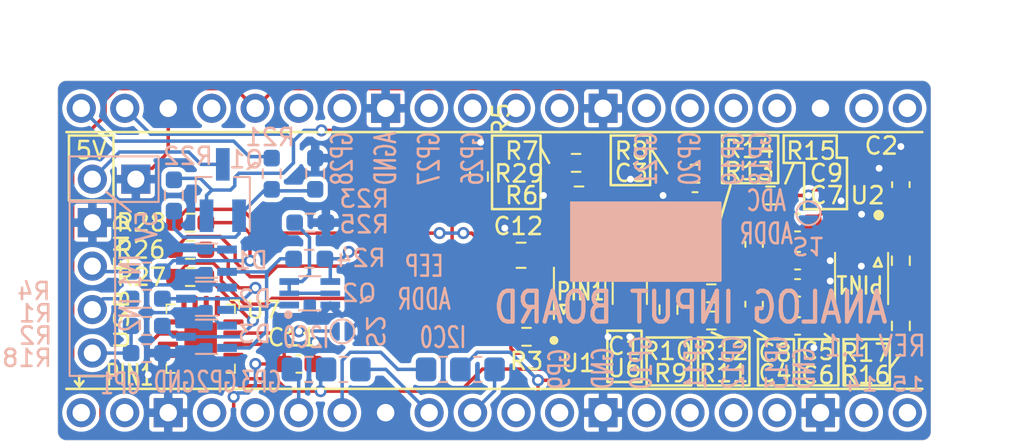
<source format=kicad_pcb>
(kicad_pcb (version 20221018) (generator pcbnew)
  (layers (0 "F.Cu" signal) (31 "B.Cu" signal) (34 "B.Paste" user) (35 "F.Paste" user) (36 "B.SilkS" user "B.Silkscreen") (37 "F.SilkS" user "F.Silkscreen") (38 "B.Mask" user) (39 "F.Mask" user) (44 "Edge.Cuts" user))
  (net 0 "")
  (net 1 "+5V")
  (net 2 "0V")
  (net 3 "+3.3V")
  (net 4 "Net-(U1B-+)")
  (net 5 "Net-(U2-AIN1_N)")
  (net 6 "Net-(U2-AIN0_P)")
  (net 7 "Net-(U2-AIN3_N)")
  (net 8 "Net-(U2-AIN2_P)")
  (net 9 "Net-(Q1-G)")
  (net 10 "+VIN")
  (net 11 "/AIN_1")
  (net 12 "Net-(U1A-+)")
  (net 13 "Net-(U1A--)")
  (net 14 "Net-(R11-Pad1)")
  (net 15 "/AIN_2")
  (net 16 "Net-(U6-+)")
  (net 17 "Net-(U6--)")
  (net 18 "Net-(R14-Pad1)")
  (net 19 "Net-(U1B--)")
  (net 20 "Net-(S1-A)")
  (net 21 "/SCL")
  (net 22 "/SDA")
  (net 23 "/SCL0")
  (net 24 "/SCL1")
  (net 25 "/SDA0")
  (net 26 "/SDA1")
  (net 27 "/VBUS")
  (net 54 "Net-(S2-A)")
  (net 55 "/AIN_2'")
  (net 66 "/CLAMP")
  (net 67 "Net-(D1-KA)")
  (net 68 "Net-(D2-KA)")
  (net 69 "Net-(D3-KA)")
  (net 70 "Net-(Q2A-B1)")
  (net 71 "Net-(R29-Pad1)")
  (footprint "Resistor_SMD:R_0603_1608Metric_Pad0.98x0.95mm_HandSolder" (layer "F.Cu") (at 110.1725 102.87 90)
    (fp_text reference "R9")
    (fp_text value "18k")
  )
  (footprint "Resistor_SMD:R_0603_1608Metric_Pad0.98x0.95mm_HandSolder" (layer "F.Cu") (at 101.88 104.4575 180)
    (fp_text reference "R3")
    (fp_text value "18k")
  )
  (footprint "Resistor_SMD:R_0603_1608Metric_Pad0.98x0.95mm_HandSolder" (layer "F.Cu") (at 99.1 95.1 -90)
    (fp_text reference "R5")
    (fp_text value "47k")
  )
  (footprint "Capacitor_SMD:C_0603_1608Metric_Pad1.08x0.95mm_HandSolder" (layer "F.Cu") (at 115.17365 102.5525 -90)
    (fp_text reference "C4")
    (fp_text value "220n")
  )
  (footprint "Capacitor_SMD:C_0603_1608Metric_Pad1.08x0.95mm_HandSolder" (layer "F.Cu") (at 115.17365 99.06 90)
    (fp_text reference "C8")
    (fp_text value "220n")
  )
  (footprint "Capacitor_SMD:C_0603_1608Metric_Pad1.08x0.95mm_HandSolder" (layer "F.Cu") (at 117.71365 100.0125 180)
    (fp_text reference "C7")
    (fp_text value "22n NP0")
  )
  (footprint "Capacitor_SMD:C_0603_1608Metric_Pad1.08x0.95mm_HandSolder" (layer "F.Cu") (at 117.71365 103.8225)
    (fp_text reference "C6")
    (fp_text value "22n NP0")
  )
  (footprint "User Global Library:pi-pico-shield" (layer "F.Cu") (at 100 100 90)
    (fp_text reference "U3" hide)
    (fp_text value "Pico-shield")
  )
  (footprint "Resistor_SMD:R_0603_1608Metric_Pad0.98x0.95mm_HandSolder" (layer "F.Cu") (at 116.12615 96.2025)
    (fp_text reference "R15")
    (fp_text value "10k")
  )
  (footprint "Capacitor_SMD:C_0603_1608Metric_Pad1.08x0.95mm_HandSolder" (layer "F.Cu") (at 88.5825 106.045)
    (fp_text reference "C11")
    (fp_text value "100n")
  )
  (footprint "Resistor_SMD:R_0603_1608Metric_Pad0.98x0.95mm_HandSolder" (layer "F.Cu") (at 104.775 94.2975)
    (fp_text reference "R7")
    (fp_text value "10k")
  )
  (footprint "User Global Library:VSSOP-8-DGK-TI" (layer "F.Cu") (at 104.98 101.9175)
    (fp_text reference "U1")
    (fp_text value "OPA2325")
  )
  (footprint "Capacitor_SMD:C_0805_2012Metric_Pad1.18x1.45mm_HandSolder" (layer "F.Cu") (at 107.9125 97.3875 90)
    (fp_text reference "C1")
    (fp_text value "1u")
  )
  (footprint "User Global Library:VSSOP-10-TI" (layer "F.Cu") (at 121.45205 101.05 180)
    (fp_text reference "U2")
    (fp_text value "ADS1115")
  )
  (footprint "Resistor_SMD:R_0603_1608Metric_Pad0.98x0.95mm_HandSolder" (layer "F.Cu") (at 111.7225 94.9325 180)
    (fp_text reference "R8")
    (fp_text value "10k")
  )
  (footprint "Resistor_SMD:R_0603_1608Metric_Pad0.98x0.95mm_HandSolder" (layer "F.Cu") (at 123.74615 100.0125 -90)
    (fp_text reference "R17")
    (fp_text value "10k")
  )
  (footprint "Resistor_SMD:R_0603_1608Metric_Pad0.98x0.95mm_HandSolder" (layer "F.Cu") (at 104.94375 96.2)
    (fp_text reference "R29")
    (fp_text value "1k")
  )
  (footprint "Resistor_SMD:R_0603_1608Metric_Pad0.98x0.95mm_HandSolder" (layer "F.Cu") (at 104.94375 97.79 180)
    (fp_text reference "R6")
    (fp_text value "18k")
  )
  (footprint "Capacitor_SMD:C_0805_2012Metric_Pad1.18x1.45mm_HandSolder" (layer "F.Cu") (at 101.5625 99.695 180)
    (fp_text reference "C12")
    (fp_text value "1u")
  )
  (footprint "Resistor_SMD:R_0603_1608Metric_Pad0.98x0.95mm_HandSolder" (layer "F.Cu") (at 112.675 98.425)
    (fp_text reference "R14")
    (fp_text value "100R")
  )
  (footprint "Capacitor_SMD:C_0603_1608Metric_Pad1.08x0.95mm_HandSolder" (layer "F.Cu") (at 123.74615 95.5675 90)
    (fp_text reference "C2")
    (fp_text value "100n")
  )
  (footprint "Capacitor_SMD:C_0603_1608Metric_Pad1.08x0.95mm_HandSolder" (layer "F.Cu") (at 111.7225 96.52 180)
    (fp_text reference "C3")
    (fp_text value "100n")
  )
  (footprint "User Global Library:HVQFN16-SOT626-1-NXP" (layer "F.Cu") (at 82.845 104.5675 -90)
    (fp_text reference "U7")
    (fp_text value "PCA9500")
  )
  (footprint "Resistor_SMD:R_0603_1608Metric_Pad0.98x0.95mm_HandSolder" (layer "F.Cu") (at 82.2325 100.965 180)
    (fp_text reference "R27")
    (fp_text value "1k")
  )
  (footprint "Resistor_SMD:R_0603_1608Metric_Pad0.98x0.95mm_HandSolder" (layer "F.Cu") (at 123.74615 103.8225 -90)
    (fp_text reference "R16")
    (fp_text value "10k")
  )
  (footprint "User Global Library:SC70-5-DCK-TI" (layer "F.Cu") (at 107.9125 101.9175)
    (fp_text reference "U6")
    (fp_text value "MCP6231U")
  )
  (footprint "Resistor_SMD:R_0603_1608Metric_Pad0.98x0.95mm_HandSolder" (layer "F.Cu") (at 82.2325 97.79 180)
    (fp_text reference "R28")
    (fp_text value "1k")
  )
  (footprint "Resistor_SMD:R_0603_1608Metric_Pad0.98x0.95mm_HandSolder" (layer "F.Cu") (at 112.675 100.33)
    (fp_text reference "R13")
    (fp_text value "100R")
  )
  (footprint "Resistor_SMD:R_0603_1608Metric_Pad0.98x0.95mm_HandSolder" (layer "F.Cu") (at 112.675 103.505)
    (fp_text reference "R11")
    (fp_text value "100R")
  )
  (footprint "Capacitor_SMD:C_0603_1608Metric_Pad1.08x0.95mm_HandSolder" (layer "F.Cu") (at 117.71365 101.6 180)
    (fp_text reference "C5")
    (fp_text value "22n NP0")
  )
  (footprint "Capacitor_SMD:C_0603_1608Metric_Pad1.08x0.95mm_HandSolder" (layer "F.Cu") (at 117.71365 97.79)
    (fp_text reference "C9")
    (fp_text value "22n NP0")
  )
  (footprint "Resistor_SMD:R_0603_1608Metric_Pad0.98x0.95mm_HandSolder" (layer "F.Cu") (at 112.675 101.9175)
    (fp_text reference "R12")
    (fp_text value "100R")
  )
  (footprint "Resistor_SMD:R_0603_1608Metric_Pad0.98x0.95mm_HandSolder" (layer "F.Cu") (at 82.2325 99.3775 180)
    (fp_text reference "R26")
    (fp_text value "1k")
  )
  (footprint "Resistor_SMD:R_0603_1608Metric_Pad0.98x0.95mm_HandSolder" (layer "F.Cu") (at 110.1725 99.3775 -90)
    (fp_text reference "R10")
    (fp_text value "18k")
  )
  (footprint "User Global Library:PinHeader_1x04_P2.54mm_Vertical" (layer "B.Cu") (at 76.5175 97.79 180)
    (fp_text reference "J1" hide)
    (fp_text value "ANA_INPUT")
  )
  (footprint "Resistor_SMD:R_0603_1608Metric_Pad0.98x0.95mm_HandSolder" (layer "B.Cu") (at 81.28 96.2025 -90)
    (fp_text reference "R22")
    (fp_text value "220k")
  )
  (footprint "User Global Library:short-option-small" (layer "B.Cu") (at 118.34865 97.2375)
    (fp_text reference "S1")
    (fp_text value "ADC_SLAVE_ADDR")
  )
  (footprint "Resistor_SMD:R_0603_1608Metric_Pad0.98x0.95mm_HandSolder" (layer "B.Cu") (at 89.1875 99.9)
    (fp_text reference "R24")
    (fp_text value "10k")
  )
  (footprint "Resistor_SMD:R_0603_1608Metric_Pad0.98x0.95mm_HandSolder" (layer "B.Cu") (at 79.6925 100.6475)
    (fp_text reference "R4")
    (fp_text value "47k")
  )
  (footprint "User Global Library:PinHeader_1x02_P2.54mm_Vertical" (layer "B.Cu") (at 79.0575 95.25 90)
    (fp_text reference "J2" hide)
    (fp_text value "VIN")
  )
  (footprint "User Global Library:SC70-3" (layer "B.Cu") (at 83.185 104.4575 -90)
    (fp_text reference "D3")
    (fp_text value "BAV199")
  )
  (footprint "User Global Library:R_0805_option_3pads" (layer "B.Cu") (at 90.17 106.3625)
    (fp_text reference "R20" hide)
    (fp_text value "SDA_SEL")
  )
  (footprint "User Global Library:SC70-3" (layer "B.Cu") (at 83.185 102.235 -90)
    (fp_text reference "D2")
    (fp_text value "BAV199")
  )
  (footprint "Resistor_SMD:R_0603_1608Metric_Pad0.98x0.95mm_HandSolder" (layer "B.Cu") (at 79.6925 102.235)
    (fp_text reference "R1")
    (fp_text value "47k")
  )
  (footprint "Resistor_SMD:R_0603_1608Metric_Pad0.98x0.95mm_HandSolder" (layer "B.Cu") (at 86.995 94.9325 90)
    (fp_text reference "R21")
    (fp_text value "100R")
  )
  (footprint "Resistor_SMD:R_0603_1608Metric_Pad0.98x0.95mm_HandSolder" (layer "B.Cu") (at 89.2475 97.79 180)
    (fp_text reference "R25")
    (fp_text value "1k")
  )
  (footprint "User Global Library:R_0805_option_3pads" (layer "B.Cu") (at 98.0125 106.3625)
    (fp_text reference "R19" hide)
    (fp_text value "SCL_SEL")
  )
  (footprint "Resistor_SMD:R_0603_1608Metric_Pad0.98x0.95mm_HandSolder" (layer "B.Cu") (at 79.6925 105.41 180)
    (fp_text reference "R18")
    (fp_text value "0R")
  )
  (footprint "Resistor_SMD:R_0603_1608Metric_Pad0.98x0.95mm_HandSolder" (layer "B.Cu") (at 89.535 94.9325 90)
    (fp_text reference "R23")
    (fp_text value "10k")
  )
  (footprint "User Global Library:SC70-6" (layer "B.Cu") (at 89.2175 101.9175 90)
    (fp_text reference "Q2")
    (fp_text value "MMDT3906")
  )
  (footprint "User Global Library:SC70-3" (layer "B.Cu") (at 83.185 100.0125 -90)
    (fp_text reference "D1")
    (fp_text value "BAV199")
  )
  (footprint "Resistor_SMD:R_0603_1608Metric_Pad0.98x0.95mm_HandSolder" (layer "B.Cu") (at 79.6925 103.8225)
    (fp_text reference "R2")
    (fp_text value "47k")
  )
  (footprint "Package_TO_SOT_SMD:SOT-23_Handsoldering" (layer "B.Cu") (at 84.1375 95.885 90)
    (fp_text reference "Q1")
    (fp_text value "Si2301/FDV304P/IRLML2246")
  )
  (footprint "User Global Library:short-option-small" (layer "B.Cu") (at 91.1225 104.14 90)
    (fp_text reference "S2")
    (fp_text value "EEP_SLAVE_ADDR")
  )
  (gr_rect (start 104.5 96.625) (end 113.2 101.175) (stroke (width 0.15)) (fill solid) (layer "B.SilkS"))
  (gr_line (start 78.75 97.15) (end 77.35 96) (stroke (width 0.15)) (layer "B.SilkS"))
  (gr_line (start 118.1 94.3) (end 116.9 94.3) (stroke (width 0.15)) (layer "F.SilkS"))
  (gr_line (start 119.7 104.6) (end 119.3 104.3) (stroke (width 0.15)) (layer "F.SilkS"))
  (gr_line (start 104.3 102.6) (end 104.05 103.1) (stroke (width 0.15)) (layer "F.SilkS"))
  (gr_rect (start 120.4 104.6) (end 123.1 107.3) (stroke (width 0.15)) (fill none) (layer "F.SilkS"))
  (gr_rect (start 108.9 104.5) (end 111.5 107.3) (stroke (width 0.15)) (fill none) (layer "F.SilkS"))
  (gr_line (start 77.15 106.75) (end 75.75 106.75) (stroke (width 0.15)) (layer "F.SilkS"))
  (gr_line (start 118.1 97) (end 118.1 94.3) (stroke (width 0.15)) (layer "F.SilkS"))
  (gr_line (start 75.75 107.35) (end 76 107.05) (stroke (width 0.15)) (layer "F.SilkS"))
  (gr_rect (start 113.3 92.7) (end 116.580874 95.48) (stroke (width 0.15)) (fill none) (layer "F.SilkS"))
  (gr_rect (start 75.15 92.7) (end 77.75 96.5) (stroke (width 0.15)) (fill none) (layer "F.SilkS"))
  (gr_rect (start 115.4 104.6) (end 117.5 107.3) (stroke (width 0.15)) (fill none) (layer "F.SilkS"))
  (gr_line (start 117.5 94.3) (end 117 95.5) (stroke (width 0.15)) (layer "F.SilkS"))
  (gr_line (start 104.05 103.1) (end 103.85 102.6) (stroke (width 0.15)) (layer "F.SilkS"))
  (gr_line (start 116.9 94.3) (end 116.9 92.7) (stroke (width 0.15)) (layer "F.SilkS"))
  (gr_line (start 120 94) (end 120.6 94) (stroke (width 0.15)) (layer "F.SilkS"))
  (gr_line (start 75.75 106.75) (end 75.75 107.35) (stroke (width 0.15)) (layer "F.SilkS"))
  (gr_line (start 75.75 107.35) (end 75.5 107.05) (stroke (width 0.15)) (layer "F.SilkS"))
  (gr_line (start 116 104.6) (end 115.2 104.1) (stroke (width 0.15)) (layer "F.SilkS"))
  (gr_line (start 109.1 93.4) (end 110.1 94.9) (stroke (width 0.15)) (layer "F.SilkS"))
  (gr_line (start 122.175 100.35) (end 122.425 99.85) (stroke (width 0.15)) (layer "F.SilkS"))
  (gr_line (start 120.6 94) (end 120.6 97) (stroke (width 0.15)) (layer "F.SilkS"))
  (gr_line (start 113.4 104.5) (end 112.7 104.2) (stroke (width 0.15)) (layer "F.SilkS"))
  (gr_line (start 122.625 100.35) (end 122.175 100.35) (stroke (width 0.15)) (layer "F.SilkS"))
  (gr_line (start 113.8 95.6) (end 113.2 97.6) (stroke (width 0.15)) (layer "F.SilkS"))
  (gr_line (start 75 92.5) (end 125 92.5) (stroke (width 0.15)) (layer "F.SilkS"))
  (gr_line (start 122.425 99.85) (end 122.625 100.35) (stroke (width 0.15)) (layer "F.SilkS"))
  (gr_rect (start 99.865 92.7) (end 102.7 97) (stroke (width 0.15)) (fill none) (layer "F.SilkS"))
  (gr_rect (start 117.8 104.6) (end 120.1 107.3) (stroke (width 0.15)) (fill none) (layer "F.SilkS"))
  (gr_line (start 120.6 97) (end 118.1 97) (stroke (width 0.15)) (layer "F.SilkS"))
  (gr_line (start 102.7 93.4) (end 103.2 94.3) (stroke (width 0.15)) (layer "F.SilkS"))
  (gr_rect (start 106.8 92.7) (end 109.1 95.6) (stroke (width 0.15)) (fill none) (layer "F.SilkS"))
  (gr_line (start 125 107.5) (end 75 107.5) (stroke (width 0.15)) (layer "F.SilkS"))
  (gr_rect (start 111.9 104.5) (end 114.9 107.3) (stroke (width 0.15)) (fill none) (layer "F.SilkS"))
  (gr_line (start 116.9 92.7) (end 120 92.7) (stroke (width 0.15)) (layer "F.SilkS"))
  (gr_line (start 123.1 106.3) (end 123.7 105.5) (stroke (width 0.15)) (layer "F.SilkS"))
  (gr_rect (start 106.6 104.1) (end 108.6 107.1) (stroke (width 0.15)) (fill none) (layer "F.SilkS"))
  (gr_line (start 120 92.7) (end 120 94) (stroke (width 0.15)) (layer "F.SilkS"))
  (gr_line (start 103.85 102.6) (end 104.3 102.6) (stroke (width 0.15)) (layer "F.SilkS"))
  (gr_line (start 74.5 110) (end 74.5 90) (stroke (width 0.02)) (layer "Edge.Cuts"))
  (gr_line (start 125.5 90) (end 125.5 110) (stroke (width 0.02)) (layer "Edge.Cuts"))
  (gr_arc (start 74.5 90) (mid 74.646447 89.646447) (end 75 89.5) (stroke (width 0.02)) (layer "Edge.Cuts"))
  (gr_line (start 125 110.5) (end 75 110.5) (stroke (width 0.02)) (layer "Edge.Cuts"))
  (gr_arc (start 125.5 110) (mid 125.353553 110.353553) (end 125 110.5) (stroke (width 0.02)) (layer "Edge.Cuts"))
  (gr_line (start 75 89.5) (end 125 89.5) (stroke (width 0.02)) (layer "Edge.Cuts"))
  (gr_arc (start 75 110.5) (mid 74.646447 110.353553) (end 74.5 110) (stroke (width 0.02)) (layer "Edge.Cuts"))
  (gr_arc (start 125 89.5) (mid 125.353553 89.646447) (end 125.5 90) (stroke (width 0.02)) (layer "Edge.Cuts"))
  (gr_text "EEP\nADDR" (at 95.9 101.3) (layer "B.SilkS") (effects (font (size 1.2 0.8)) (justify mirror)))
  (gr_text "I2C0" (at 97 104.5) (layer "B.SilkS") (effects (font (size 1.2 0.8)) (justify mirror)))
  (gr_text "I2C0" (at 89 104.5) (layer "B.SilkS") (effects (font (size 1.2 0.8)) (justify mirror)))
  (gr_text "14" (at 122.5 107.7) (layer "B.SilkS") (effects (font (size 0.8 1)) (justify left bottom mirror)))
  (gr_text "IN1" (at 78.74 100.6475 90) (layer "B.SilkS") (effects (font (size 1.2 0.8)) (justify mirror)))
  (gr_text "IN2" (at 78.74 103.1875 90) (layer "B.SilkS") (effects (font (size 1.2 0.8)) (justify mirror)))
  (gr_text "ADC\nADDR" (at 115.8875 97.4725) (layer "B.SilkS") (effects (font (size 1.2 0.8)) (justify mirror)))
  (gr_text "ANALOG INPUT BOARD" (at 123.1 103.8) (layer "B.SilkS") (effects (font (size 1.8 1.4) (thickness 0.25) bold) (justify left bottom mirror)))
  (gr_text "15" (at 125.2 107.7) (layer "B.SilkS") (effects (font (size 0.8 1)) (justify left bottom mirror)))
  (gr_text "5V" (at 79.7 98 90) (layer "B.SilkS") (effects (font (size 1.2 1)) (justify mirror)))
  (gr_text "REV 1.1" (at 125.3 105.7) (layer "B.SilkS") (effects (font (size 1.2 1)) (justify left bottom mirror)))
  (gr_text "PIN1" (at 103.55 102.4) (layer "F.SilkS") (effects (font (size 1 0.8)) (justify left bottom)))
  (gr_text "PIN1" (at 77.2 107.4) (layer "F.SilkS") (effects (font (size 1.2 0.8)) (justify left bottom)))
  (gr_text "USB END" (at 78.7 105.35 90) (layer "F.SilkS") (effects (font (size 0.8 1.2)) (justify left bottom)))
  (gr_text "5V" (at 75.45 94.15) (layer "F.SilkS") (effects (font (size 1 1)) (justify left bottom)))
  (gr_text "PIN1" (at 122.8 100.8 180) (layer "F.SilkS") (effects (font (size 1 0.8)) (justify left bottom)))
  (segment (start 99.2327 99.52291) (end 99.2327 101.0291) (width 0.2032) (layer "F.Cu") (net 1))
  (segment (start 99.2327 101.0291) (end 99.5718 101.3682) (width 0.2032) (layer "F.Cu") (net 1))
  (segment (start 97.5334 97.6916) (end 97.5334 99.10348) (width 0.2032) (layer "F.Cu") (net 1))
  (segment (start 98.07 97.155) (end 97.5334 97.6916) (width 0.2032) (layer "F.Cu") (net 1))
  (segment (start 102.6 98.8275) (end 100.9275 97.155) (width 0.2032) (layer "F.Cu") (net 1))
  (segment (start 98.7 97.155) (end 98.3875 97.155) (width 0.2032) (layer "F.Cu") (net 1))
  (segment (start 98.1 96.555) (end 98.7 97.155) (width 0.2032) (layer "F.Cu") (net 1))
  (segment (start 105.9218 101.3682) (end 106.6425 100.6475) (width 0.2032) (layer "F.Cu") (net 1))
  (segment (start 107.2625 99.075) (end 107.2625 99.695) (width 0.2032) (layer "F.Cu") (net 1))
  (segment (start 106.6425 99.695) (end 107.2625 99.695) (width 0.2032) (layer "F.Cu") (net 1))
  (segment (start 99.13639 99.4266) (end 99.2327 99.52291) (width 0.2032) (layer "F.Cu") (net 1))
  (segment (start 98.1 92.4) (end 98.1 96.555) (width 0.2032) (layer "F.Cu") (net 1))
  (segment (start 99.5718 101.3682) (end 105.9218 101.3682) (width 0.2032) (layer "F.Cu") (net 1))
  (segment (start 103.9275 99.695) (end 104.005 99.6175) (width 0.2032) (layer "F.Cu") (net 1))
  (segment (start 89.9 92.4) (end 98.1 92.4) (width 0.2032) (layer "F.Cu") (net 1))
  (segment (start 107.2625 99.695) (end 107.2625 100.7175) (width 0.2032) (layer "F.Cu") (net 1))
  (segment (start 102.6 99.695) (end 102.6 98.8275) (width 0.2032) (layer "F.Cu") (net 1))
  (segment (start 107.9125 98.425) (end 107.2625 99.075) (width 0.2032) (layer "F.Cu") (net 1))
  (segment (start 102.6 99.695) (end 103.9275 99.695) (width 0.2032) (layer "F.Cu") (net 1))
  (segment (start 100.9275 97.155) (end 98.7 97.155) (width 0.2032) (layer "F.Cu") (net 1))
  (segment (start 97.85652 99.4266) (end 99.13639 99.4266) (width 0.2032) (layer "F.Cu") (net 1))
  (segment (start 106.6425 100.6475) (end 106.6425 99.695) (width 0.2032) (layer "F.Cu") (net 1))
  (segment (start 98.3875 97.155) (end 98.07 97.155) (width 0.2032) (layer "F.Cu") (net 1))
  (segment (start 97.13688 99.5) (end 97.5334 99.10348) (width 0.2032) (layer "F.Cu") (net 1))
  (segment (start 97.5334 99.10348) (end 97.85652 99.4266) (width 0.2032) (layer "F.Cu") (net 1))
  (segment (start 91.5 99.5) (end 97.13688 99.5) (width 0.2032) (layer "F.Cu") (net 1))
  (via (at 91.5 99.5) (size 0.7048) (drill 0.4) (layers "F.Cu" "B.Cu") (net 1))
  (via (at 89.9 92.4) (size 0.7048) (drill 0.4) (layers "F.Cu" "B.Cu") (net 1))
  (segment (start 85.725 94.90504) (end 85.08291 94.90504) (width 0.2032) (layer "B.Cu") (net 1))
  (segment (start 81.28 95.2025) (end 82.82 95.2025) (width 0.2032) (layer "B.Cu") (net 1))
  (segment (start 90.4175 100.2175) (end 90.1 99.9) (width 0.2032) (layer "B.Cu") (net 1))
  (segment (start 90.1 99.9) (end 91.1 99.9) (width 0.2032) (layer "B.Cu") (net 1))
  (segment (start 79.9243 92.6243) (end 87.8618 92.6243) (width 0.2032) (layer "B.Cu") (net 1))
  (segment (start 91.1 99.9) (end 91.5 99.5) (width 0.2032) (layer "B.Cu") (net 1))
  (segment (start 87.65746 94.90504) (end 85.725 94.90504) (width 0.2032) (layer "B.Cu") (net 1))
  (segment (start 85.08291 94.90504) (end 84.8391 95.14885) (width 0.2032) (layer "B.Cu") (net 1))
  (segment (start 82.82 95.2025) (end 83.5025 95.885) (width 0.2032) (layer "B.Cu") (net 1))
  (segment (start 89.9 92.4) (end 88.8925 92.4) (width 0.2032) (layer "B.Cu") (net 1))
  (segment (start 83.5025 95.885) (end 83.1875 96.2) (width 0.2032) (layer "B.Cu") (net 1))
  (segment (start 84.8391 95.14885) (end 84.8391 95.6366) (width 0.2032) (layer "B.Cu") (net 1))
  (segment (start 87.8618 92.6243) (end 88.265 93.0275) (width 0.2032) (layer "B.Cu") (net 1))
  (segment (start 88.265 93.0275) (end 88.265 94.2975) (width 0.2032) (layer "B.Cu") (net 1))
  (segment (start 84.5907 95.885) (end 83.5025 95.885) (width 0.2032) (layer "B.Cu") (net 1))
  (segment (start 88.8925 92.4) (end 88.265 93.0275) (width 0.2032) (layer "B.Cu") (net 1))
  (segment (start 88.265 94.2975) (end 87.65746 94.90504) (width 0.2032) (layer "B.Cu") (net 1))
  (segment (start 84.8391 95.6366) (end 84.5907 95.885) (width 0.2032) (layer "B.Cu") (net 1))
  (segment (start 90.4175 101.23) (end 90.4175 100.2175) (width 0.2032) (layer "B.Cu") (net 1))
  (segment (start 83.1875 96.2) (end 83.1875 97.385) (width 0.2032) (layer "B.Cu") (net 1))
  (segment (start 78.41 91.11) (end 79.9243 92.6243) (width 0.2032) (layer "B.Cu") (net 1))
  (segment (start 118.57615 103.8225) (end 118.57615 105.0025) (width 0.2032) (layer "F.Cu") (net 2))
  (segment (start 119.84615 96.52) (end 120.25365 96.52) (width 0.2032) (layer "F.Cu") (net 2))
  (segment (start 122.56615 94.705) (end 122.47615 94.615) (width 0.2032) (layer "F.Cu") (net 2))
  (segment (start 79.78 106.68) (end 79.78 104.924407) (width 0.2032) (layer "F.Cu") (net 2))
  (segment (start 123.74615 94.705) (end 122.56615 94.705) (width 0.2032) (layer "F.Cu") (net 2))
  (segment (start 99.1 94.1875) (end 99.1 93.2) (width 0.2032) (layer "F.Cu") (net 2))
  (segment (start 82.52 104.2425) (end 82.845 104.5675) (width 0.2032) (layer "F.Cu") (net 2))
  (segment (start 118.57615 97.79) (end 119.84615 96.52) (width 0.2032) (layer "F.Cu") (net 2))
  (segment (start 79.78 104.924407) (end 80.461907 104.2425) (width 0.2032) (layer "F.Cu") (net 2))
  (segment (start 119.61865 101.2) (end 119.21865 101.6) (width 0.2032) (layer "F.Cu") (net 2))
  (segment (start 107.95 95.25) (end 107.95 96.3125) (width 0.2032) (layer "F.Cu") (net 2))
  (segment (start 79.0575 94.615) (end 80.01 94.615) (width 0.2032) (layer "F.Cu") (net 2))
  (segment (start 83.17 106.4805) (end 83.17 104.8925) (width 0.2032) (layer "F.Cu") (net 2))
  (segment (start 109.855 96.2025) (end 110.5425 96.2025) (width 0.2032) (layer "F.Cu") (net 2))
  (segment (start 121.43865 98.7634) (end 121.45205 98.75) (width 0.2032) (layer "F.Cu") (net 2))
  (segment (start 99.1 93.2) (end 99.2 93.1) (width 0.2032) (layer "F.Cu") (net 2))
  (segment (start 100.61 98.1075) (end 100.61 99.61) (width 0.2032) (layer "F.Cu") (net 2))
  (segment (start 83.17 104.8925) (end 82.845 104.5675) (width 0.2032) (layer "F.Cu") (net 2))
  (segment (start 100.61 99.61) (end 100.525 99.695) (width 0.2032) (layer "F.Cu") (net 2))
  (segment (start 107.9125 103.1175) (end 107.9125 104.4575) (width 0.2032) (layer "F.Cu") (net 2))
  (segment (start 121.43865 100.33) (end 121.43865 98.7634) (width 0.2032) (layer "F.Cu") (net 2))
  (segment (start 106.4025 104.2175) (end 106.6425 104.4575) (width 0.2032) (layer "F.Cu") (net 2))
  (segment (start 107.95 96.3125) (end 107.9125 96.35) (width 0.2032) (layer "F.Cu") (net 2))
  (segment (start 110.86 96.52) (end 110.86 94.9825) (width 0.2032) (layer "F.Cu") (net 2))
  (segment (start 80.461907 104.2425) (end 80.932 104.2425) (width 0.2032) (layer "F.Cu") (net 2))
  (segment (start 80.932 104.2425) (end 82.52 104.2425) (width 0.2032) (layer "F.Cu") (net 2))
  (segment (start 110.86 94.9825) (end 110.81 94.9325) (width 0.2032) (layer "F.Cu") (net 2))
  (segment (start 119.21865 101.6) (end 118.57615 101.6) (width 0.2032) (layer "F.Cu") (net 2))
  (segment (start 121.45205 97.3) (end 121.45205 98.75) (width 0.2032) (layer "F.Cu") (net 2))
  (segment (start 119.61865 100.0125) (end 118.57615 100.0125) (width 0.2032) (layer "F.Cu") (net 2))
  (segment (start 89.445 104.865) (end 89.535 104.775) (width 0.2032) (layer "F.Cu") (net 2))
  (segment (start 123.74615 94.705) (end 123.74615 93.345) (width 0.2032) (layer "F.Cu") (net 2))
  (segment (start 89.445 106.045) (end 89.445 104.865) (width 0.2032) (layer "F.Cu") (net 2))
  (segment (start 118.57615 105.0025) (end 118.66615 105.0925) (width 0.2032) (layer "F.Cu") (net 2))
  (segment (start 105.955 104.2175) (end 106.4025 104.2175) (width 0.2032) (layer "F.Cu") (net 2))
  (segment (start 80.95 93.675) (end 80.95 91.11) (width 0.2032) (layer "F.Cu") (net 2))
  (segment (start 80.01 94.615) (end 80.95 93.675) (width 0.2032) (layer "F.Cu") (net 2))
  (segment (start 110.5425 96.2025) (end 110.86 96.52) (width 0.2032) (layer "F.Cu") (net 2))
  (via (at 122.47615 94.615) (size 0.7048) (drill 0.4) (layers "F.Cu" "B.Cu") (net 2))
  (via (at 99.2 93.1) (size 0.7048) (drill 0.4) (layers "F.Cu" "B.Cu") (net 2))
  (via (at 118.66615 105.0925) (size 0.7048) (drill 0.4) (layers "F.Cu" "B.Cu") (net 2))
  (via (at 119.61865 101.2) (size 0.7048) (drill 0.4) (layers "F.Cu" "B.Cu") (net 2))
  (via (at 100.61 98.1075) (size 0.7048) (drill 0.4) (layers "F.Cu" "B.Cu") (net 2))
  (via (at 107.95 95.25) (size 0.7048) (drill 0.4) (layers "F.Cu" "B.Cu") (net 2))
  (via (at 123.74615 93.345) (size 0.7048) (drill 0.4) (layers "F.Cu" "B.Cu") (net 2))
  (via (at 89.535 104.775) (size 0.7048) (drill 0.4) (layers "F.Cu" "B.Cu") (net 2))
  (via (at 119.61865 100.0125) (size 0.7048) (drill 0.4) (layers "F.Cu" "B.Cu") (net 2))
  (via (at 107.9125 104.4575) (size 0.7048) (drill 0.4) (layers "F.Cu" "B.Cu") (net 2))
  (via (at 121.43865 100.33) (size 0.7048) (drill 0.4) (layers "F.Cu" "B.Cu") (net 2))
  (via (at 102.87 96.2025) (size 0.7048) (drill 0.4) (layers "F.Cu" "B.Cu") (net 2))
  (via (at 109.855 96.2025) (size 0.7048) (drill 0.4) (layers "F.Cu" "B.Cu") (net 2))
  (via (at 121.45205 97.3) (size 0.7048) (drill 0.4) (layers "F.Cu" "B.Cu") (net 2))
  (via (at 120.25365 96.52) (size 0.7048) (drill 0.4) (layers "F.Cu" "B.Cu") (net 2))
  (via (at 79.78 106.68) (size 0.7048) (drill 0.4) (layers "F.Cu" "B.Cu") (net 2))
  (via (at 106.6425 104.4575) (size 0.7048) (drill 0.4) (layers "F.Cu" "B.Cu") (net 2))
  (segment (start 84.385 103.8075) (end 84.045 103.8075) (width 0.2032) (layer "B.Cu") (net 2))
  (segment (start 83.2834 103.0459) (end 79.8684 103.0459) (width 0.2032) (layer "B.Cu") (net 2))
  (segment (start 79.8684 103.0459) (end 79.6925 102.87) (width 0.2032) (layer "B.Cu") (net 2))
  (segment (start 79.8684 101.4241) (end 79.6925 101.6) (width 0.2032) (layer "B.Cu") (net 2))
  (segment (start 84.2241 101.4241) (end 79.8684 101.4241) (width 0.2032) (layer "B.Cu") (net 2))
  (segment (start 84.385 99.3625) (end 80.66 99.3625) (width 0.2032) (layer "B.Cu") (net 2))
  (segment (start 84.045 103.8075) (end 83.2834 103.0459) (width 0.2032) (layer "B.Cu") (net 2))
  (segment (start 84.385 101.585) (end 84.2241 101.4241) (width 0.2032) (layer "B.Cu") (net 2))
  (segment (start 123.74615 99.1) (end 124.69865 100.0525) (width 0.2032) (layer "F.Cu") (net 3))
  (segment (start 123.02115 96.43) (end 121.84115 95.25) (width 0.2032) (layer "F.Cu") (net 3))
  (segment (start 87.3925 104.8925) (end 87.72 105.22) (width 0.2032) (layer "F.Cu") (net 3))
  (segment (start 114.3 95.28885) (end 115.21365 96.2025) (width 0.2032) (layer "F.Cu") (net 3))
  (segment (start 123.74615 99.3775) (end 123.74615 99.1) (width 0.2032) (layer "F.Cu") (net 3))
  (segment (start 124.69865 101.9575) (end 123.74615 102.91) (width 0.2032) (layer "F.Cu") (net 3))
  (segment (start 77.2584 91.5416) (end 77.2584 90.632991) (width 0.2032) (layer "F.Cu") (net 3))
  (segment (start 75.3659 106.4809) (end 75.3659 93.4341) (width 0.2032) (layer "F.Cu") (net 3))
  (segment (start 77.932991 89.9584) (end 84.8784 89.9584) (width 0.2032) (layer "F.Cu") (net 3))
  (segment (start 105.1 93.5209) (end 113.5234 93.5209) (width 0.2032) (layer "F.Cu") (net 3))
  (segment (start 84.758 104.8925) (end 87.3925 104.8925) (width 0.2032) (layer "F.Cu") (net 3))
  (segment (start 116.16615 95.25) (end 115.21365 96.2025) (width 0.2032) (layer "F.Cu") (net 3))
  (segment (start 84.455 110.1725) (end 77.827091 110.1725) (width 0.2032) (layer "F.Cu") (net 3))
  (segment (start 87.72 106.045) (end 86.0425 106.045) (width 0.2032) (layer "F.Cu") (net 3))
  (segment (start 87.1816 89.9584) (end 104.7584 89.9584) (width 0.2032) (layer "F.Cu") (net 3))
  (segment (start 104.7584 89.9584) (end 105 90.2) (width 0.2032) (layer "F.Cu") (net 3))
  (segment (start 123.74615 96.43) (end 123.02115 96.43) (width 0.2032) (layer "F.Cu") (net 3))
  (segment (start 103.8625 94.2975) (end 104.6391 93.5209) (width 0.2032) (layer "F.Cu") (net 3))
  (segment (start 105 93.4209) (end 105.1 93.5209) (width 0.2032) (layer "F.Cu") (net 3))
  (segment (start 75.3659 93.4341) (end 77.2584 91.5416) (width 0.2032) (layer "F.Cu") (net 3))
  (segment (start 114.3 94.2975) (end 114.3 95.28885) (width 0.2032) (layer "F.Cu") (net 3))
  (segment (start 77.2584 90.632991) (end 77.932991 89.9584) (width 0.2032) (layer "F.Cu") (net 3))
  (segment (start 105 90.2) (end 105 93.4209) (width 0.2032) (layer "F.Cu") (net 3))
  (segment (start 86.03 91.11) (end 87.1816 89.9584) (width 0.2032) (layer "F.Cu") (net 3))
  (segment (start 121.45205 103.35) (end 121.45205 101.6716) (width 0.2032) (layer "F.Cu") (net 3))
  (segment (start 124.69865 100.0525) (end 124.69865 101.9575) (width 0.2032) (layer "F.Cu") (net 3))
  (segment (start 84.7725 109.855) (end 84.455 110.1725) (width 0.2032) (layer "F.Cu") (net 3))
  (segment (start 84.7725 107.9685) (end 84.7725 109.855) (width 0.2032) (layer "F.Cu") (net 3))
  (segment (start 77.0216 109.367009) (end 77.0216 108.1366) (width 0.2032) (layer "F.Cu") (net 3))
  (segment (start 121.84115 95.25) (end 116.16615 95.25) (width 0.2032) (layer "F.Cu") (net 3))
  (segment (start 104.6391 93.5209) (end 105.1 93.5209) (width 0.2032) (layer "F.Cu") (net 3))
  (segment (start 121.45205 101.6716) (end 123.74615 99.3775) (width 0.2032) (layer "F.Cu") (net 3))
  (segment (start 113.5234 93.5209) (end 114.3 94.2975) (width 0.2032) (layer "F.Cu") (net 3))
  (segment (start 87.72 105.22) (end 87.72 106.045) (width 0.2032) (layer "F.Cu") (net 3))
  (segment (start 77.0216 108.1366) (end 75.3659 106.4809) (width 0.2032) (layer "F.Cu") (net 3))
  (segment (start 123.74615 99.1) (end 123.74615 96.43) (width 0.2032) (layer "F.Cu") (net 3))
  (segment (start 77.827091 110.1725) (end 77.0216 109.367009) (width 0.2032) (layer "F.Cu") (net 3))
  (segment (start 84.8784 89.9584) (end 86.03 91.11) (width 0.2032) (layer "F.Cu") (net 3))
  (via (at 86.0425 106.045) (size 0.7048) (drill 0.4) (layers "F.Cu" "B.Cu") (net 3))
  (via (at 84.7725 107.9685) (size 0.7048) (drill 0.4) (layers "F.Cu" "B.Cu") (net 3))
  (segment (start 86.0425 107.315) (end 85.6191 107.7384) (width 0.2032) (layer "B.Cu") (net 3))
  (segment (start 86.0425 106.045) (end 86.0425 107.315) (width 0.2032) (layer "B.Cu") (net 3))
  (segment (start 85.0026 107.7384) (end 84.7725 107.9685) (width 0.2032) (layer "B.Cu") (net 3))
  (segment (start 85.6191 107.7384) (end 85.0026 107.7384) (width 0.2032) (layer "B.Cu") (net 3))
  (segment (start 85.2659 97.0134) (end 82.0566 97.0134) (width 0.2032) (layer "F.Cu") (net 4))
  (segment (start 86.36 98.1075) (end 85.2659 97.0134) (width 0.2032) (layer "F.Cu") (net 4))
  (segment (start 105.955 99.1125) (end 106.64535 98.42215) (width 0.2032) (layer "F.Cu") (net 4))
  (segment (start 105.69 100.965) (end 105.955 100.7) (width 0.2032) (layer "F.Cu") (net 4))
  (segment (start 105.955 100.7) (end 105.955 99.6175) (width 0.2032) (layer "F.Cu") (net 4))
  (segment (start 105.955 99.6175) (end 105.955 99.1125) (width 0.2032) (layer "F.Cu") (net 4))
  (segment (start 99.6359 99.3559) (end 99.6359 100.5784) (width 0.2032) (layer "F.Cu") (net 4))
  (segment (start 98.68 98.4) (end 98.1869 98.4) (width 0.2032) (layer "F.Cu") (net 4))
  (segment (start 100.0225 100.965) (end 105.69 100.965) (width 0.2032) (layer "F.Cu") (net 4))
  (segment (start 106.64535 97.79) (end 107.04785 97.3875) (width 0.2032) (layer "F.Cu") (net 4))
  (segment (start 107.04785 97.3875) (end 109.095 97.3875) (width 0.2032) (layer "F.Cu") (net 4))
  (segment (start 106.64535 98.42215) (end 106.64535 97.79) (width 0.2032) (layer "F.Cu") (net 4))
  (segment (start 82.0566 97.0134) (end 81.32 97.75) (width 0.2032) (layer "F.Cu") (net 4))
  (segment (start 99.6359 100.5784) (end 100.0225 100.965) (width 0.2032) (layer "F.Cu") (net 4))
  (segment (start 96.8 98.4) (end 87.02 98.4) (width 0.2032) (layer "F.Cu") (net 4))
  (segment (start 109.095 97.3875) (end 110.1725 98.465) (width 0.2032) (layer "F.Cu") (net 4))
  (segment (start 99.6359 99.3559) (end 98.68 98.4) (width 0.2032) (layer "F.Cu") (net 4))
  (segment (start 87.02 98.4) (end 86.36 99.06) (width 0.2032) (layer "F.Cu") (net 4))
  (segment (start 81.32 97.75) (end 81.32 97.79) (width 0.2032) (layer "F.Cu") (net 4))
  (segment (start 86.36 99.06) (end 86.36 98.1075) (width 0.2032) (layer "F.Cu") (net 4))
  (via (at 98.1869 98.4) (size 0.7048) (drill 0.4) (layers "F.Cu" "B.Cu") (net 4))
  (via (at 96.8 98.4) (size 0.7048) (drill 0.4) (layers "F.Cu" "B.Cu") (net 4))
  (segment (start 98.1869 98.4) (end 96.8 98.4) (width 0.2032) (layer "B.Cu") (net 4))
  (segment (start 120.45205 98.75) (end 120.45205 98.9866) (width 0.2032) (layer "F.Cu") (net 5))
  (segment (start 116.85115 100.0125) (end 115.26365 100.0125) (width 0.2032) (layer "F.Cu") (net 5))
  (segment (start 115.26365 100.0125) (end 115.17365 99.9225) (width 0.2032) (layer "F.Cu") (net 5))
  (segment (start 113.5875 100.33) (end 114.76615 100.33) (width 0.2032) (layer "F.Cu") (net 5))
  (segment (start 117.80365 99.06) (end 116.85115 100.0125) (width 0.2032) (layer "F.Cu") (net 5))
  (segment (start 120.37865 99.06) (end 117.80365 99.06) (width 0.2032) (layer "F.Cu") (net 5))
  (segment (start 114.76615 100.33) (end 115.17365 99.9225) (width 0.2032) (layer "F.Cu") (net 5))
  (segment (start 120.45205 98.9866) (end 120.37865 99.06) (width 0.2032) (layer "F.Cu") (net 5))
  (segment (start 119.61865 97.79) (end 119.61865 98.425) (width 0.2032) (layer "F.Cu") (net 6))
  (segment (start 119.61865 98.425) (end 119.47705 98.5666) (width 0.2032) (layer "F.Cu") (net 6))
  (segment (start 120.95205 97.7218) (end 120.70275 97.4725) (width 0.2032) (layer "F.Cu") (net 6))
  (segment (start 116.85115 97.79) (end 115.58115 97.79) (width 0.2032) (layer "F.Cu") (net 6))
  (segment (start 113.815 98.1975) (end 115.17365 98.1975) (width 0.2032) (layer "F.Cu") (net 6))
  (segment (start 120.70275 97.4725) (end 119.93615 97.4725) (width 0.2032) (layer "F.Cu") (net 6))
  (segment (start 119.47705 98.5666) (end 117.62775 98.5666) (width 0.2032) (layer "F.Cu") (net 6))
  (segment (start 120.95205 98.75) (end 120.95205 97.7218) (width 0.2032) (layer "F.Cu") (net 6))
  (segment (start 115.58115 97.79) (end 115.17365 98.1975) (width 0.2032) (layer "F.Cu") (net 6))
  (segment (start 113.5875 98.425) (end 113.815 98.1975) (width 0.2032) (layer "F.Cu") (net 6))
  (segment (start 119.93615 97.4725) (end 119.61865 97.79) (width 0.2032) (layer "F.Cu") (net 6))
  (segment (start 117.62775 98.5666) (end 116.85115 97.79) (width 0.2032) (layer "F.Cu") (net 6))
  (segment (start 119.86225 102.3766) (end 120.01545 102.2234) (width 0.2032) (layer "F.Cu") (net 7))
  (segment (start 117.62775 102.3766) (end 119.86225 102.3766) (width 0.2032) (layer "F.Cu") (net 7))
  (segment (start 114.94615 101.9175) (end 115.17365 101.69) (width 0.2032) (layer "F.Cu") (net 7))
  (segment (start 120.88865 102.2234) (end 120.95205 102.2868) (width 0.2032) (layer "F.Cu") (net 7))
  (segment (start 113.5875 101.9175) (end 114.94615 101.9175) (width 0.2032) (layer "F.Cu") (net 7))
  (segment (start 120.95205 102.2868) (end 120.95205 103.35) (width 0.2032) (layer "F.Cu") (net 7))
  (segment (start 116.85115 101.6) (end 115.26365 101.6) (width 0.2032) (layer "F.Cu") (net 7))
  (segment (start 115.26365 101.6) (end 115.17365 101.69) (width 0.2032) (layer "F.Cu") (net 7))
  (segment (start 116.85115 101.6) (end 117.62775 102.3766) (width 0.2032) (layer "F.Cu") (net 7))
  (segment (start 120.01545 102.2234) (end 120.88865 102.2234) (width 0.2032) (layer "F.Cu") (net 7))
  (segment (start 117.67365 103) (end 116.85115 103.8225) (width 0.2032) (layer "F.Cu") (net 8))
  (segment (start 120.33865 103) (end 117.67365 103) (width 0.2032) (layer "F.Cu") (net 8))
  (segment (start 120.45205 103.35) (end 120.45205 103.1134) (width 0.2032) (layer "F.Cu") (net 8))
  (segment (start 115.08365 103.505) (end 115.17365 103.415) (width 0.2032) (layer "F.Cu") (net 8))
  (segment (start 120.45205 103.1134) (end 120.33865 103) (width 0.2032) (layer "F.Cu") (net 8))
  (segment (start 115.58115 103.8225) (end 115.17365 103.415) (width 0.2032) (layer "F.Cu") (net 8))
  (segment (start 116.85115 103.8225) (end 115.58115 103.8225) (width 0.2032) (layer "F.Cu") (net 8))
  (segment (start 113.5875 103.505) (end 115.08365 103.505) (width 0.2032) (layer "F.Cu") (net 8))
  (segment (start 81.28 97.2025) (end 81.28 98.1075) (width 0.2032) (layer "B.Cu") (net 9))
  (segment (start 86.54 95.9325) (end 85.0875 97.385) (width 0.2032) (layer "B.Cu") (net 9))
  (segment (start 84.8784 98.6366) (end 85.0875 98.4275) (width 0.2032) (layer "B.Cu") (net 9))
  (segment (start 81.8091 98.6366) (end 84.8784 98.6366) (width 0.2032) (layer "B.Cu") (net 9))
  (segment (start 85.0875 98.4275) (end 85.0875 97.385) (width 0.2032) (layer "B.Cu") (net 9))
  (segment (start 86.995 95.9325) (end 89.535 95.9325) (width 0.2032) (layer "B.Cu") (net 9))
  (segment (start 86.995 95.9325) (end 86.54 95.9325) (width 0.2032) (layer "B.Cu") (net 9))
  (segment (start 81.28 98.1075) (end 81.8091 98.6366) (width 0.2032) (layer "B.Cu") (net 9))
  (segment (start 78.105 93.6625) (end 82.145 93.6625) (width 0.2032) (layer "B.Cu") (net 10))
  (segment (start 82.145 93.6625) (end 82.8675 94.385) (width 0.2032) (layer "B.Cu") (net 10))
  (segment (start 82.8675 94.385) (end 84.1375 94.385) (width 0.2032) (layer "B.Cu") (net 10))
  (segment (start 76.5175 95.25) (end 78.105 93.6625) (width 0.2032) (layer "B.Cu") (net 10))
  (segment (start 78.78 100.6475) (end 76.835 100.6475) (width 0.2032) (layer "B.Cu") (net 11))
  (segment (start 76.835 100.6475) (end 76.5175 100.33) (width 0.2032) (layer "B.Cu") (net 11))
  (segment (start 85.733604 100.946) (end 84.8582 100.070596) (width 0.2032) (layer "F.Cu") (net 12))
  (segment (start 86.6775 100.965) (end 86.6585 100.946) (width 0.2032) (layer "F.Cu") (net 12))
  (segment (start 83.9959 98.6009) (end 82.0566 98.6009) (width 0.2032) (layer "F.Cu") (net 12))
  (segment (start 103.9939 101.7714) (end 99.2314 101.7714) (width 0.2032) (layer "F.Cu") (net 12))
  (segment (start 98.3475 100.33) (end 87.3125 100.33) (width 0.2032) (layer "F.Cu") (net 12))
  (segment (start 99.2314 101.7714) (end 98.3475 100.8875) (width 0.2032) (layer "F.Cu") (net 12))
  (segment (start 87.3125 100.33) (end 86.6775 100.965) (width 0.2032) (layer "F.Cu") (net 12))
  (segment (start 105.305 104.2175) (end 105.305 103.0825) (width 0.2032) (layer "F.Cu") (net 12))
  (segment (start 82.0566 98.6009) (end 81.32 99.3375) (width 0.2032) (layer "F.Cu") (net 12))
  (segment (start 86.6585 100.946) (end 85.733604 100.946) (width 0.2032) (layer "F.Cu") (net 12))
  (segment (start 84.8582 99.4632) (end 83.9959 98.6009) (width 0.2032) (layer "F.Cu") (net 12))
  (segment (start 84.8582 100.070596) (end 84.8582 99.4632) (width 0.2032) (layer "F.Cu") (net 12))
  (segment (start 81.32 99.3375) (end 81.32 99.3775) (width 0.2032) (layer "F.Cu") (net 12))
  (segment (start 105.305 104.2175) (end 105.305 105.2457) (width 0.2032) (layer "F.Cu") (net 12))
  (segment (start 108.5941 105.3609) (end 110.1725 103.7825) (width 0.2032) (layer "F.Cu") (net 12))
  (segment (start 105.4202 105.3609) (end 108.5941 105.3609) (width 0.2032) (layer "F.Cu") (net 12))
  (segment (start 98.3475 100.8875) (end 98.3475 100.33) (width 0.2032) (layer "F.Cu") (net 12))
  (segment (start 105.305 105.2457) (end 105.4202 105.3609) (width 0.2032) (layer "F.Cu") (net 12))
  (segment (start 105.305 103.0825) (end 103.9939 101.7714) (width 0.2032) (layer "F.Cu") (net 12))
  (segment (start 81.32 100.965) (end 82.1309 100.1541) (width 0.2032) (layer "F.Cu") (net 13))
  (segment (start 104.655 103.1893) (end 104.655 104.2175) (width 0.2032) (layer "F.Cu") (net 13))
  (segment (start 86.6775 102.5525) (end 87.014 102.216) (width 0.2032) (layer "F.Cu") (net 13))
  (segment (start 83.584003 100.1541) (end 84.0518 100.621897) (width 0.2032) (layer "F.Cu") (net 13))
  (segment (start 104.3357 102.87) (end 104.655 103.1893) (width 0.2032) (layer "F.Cu") (net 13))
  (segment (start 85.408303 102.5525) (end 86.6775 102.5525) (width 0.2032) (layer "F.Cu") (net 13))
  (segment (start 102.7925 102.87) (end 104.3357 102.87) (width 0.2032) (layer "F.Cu") (net 13))
  (segment (start 82.1309 100.1541) (end 83.584003 100.1541) (width 0.2032) (layer "F.Cu") (net 13))
  (segment (start 87.014 102.216) (end 102.1385 102.216) (width 0.2032) (layer "F.Cu") (net 13))
  (segment (start 84.0518 101.195997) (end 85.408303 102.5525) (width 0.2032) (layer "F.Cu") (net 13))
  (segment (start 84.0518 100.621897) (end 84.0518 101.195997) (width 0.2032) (layer "F.Cu") (net 13))
  (segment (start 102.7925 104.4575) (end 102.7925 102.87) (width 0.2032) (layer "F.Cu") (net 13))
  (segment (start 102.1385 102.216) (end 102.7925 102.87) (width 0.2032) (layer "F.Cu") (net 13))
  (segment (start 104.005 105.41) (end 101.245 105.41) (width 0.2032) (layer "F.Cu") (net 14))
  (segment (start 108.8659 105.7641) (end 109.855 104.775) (width 0.2032) (layer "F.Cu") (net 14))
  (segment (start 104.0725 105.4775) (end 104.005 105.41) (width 0.2032) (layer "F.Cu") (net 14))
  (segment (start 100.9675 105.1325) (end 100.9675 104.4575) (width 0.2032) (layer "F.Cu") (net 14))
  (segment (start 111.7625 104.1375) (end 111.7625 103.505) (width 0.2032) (layer "F.Cu") (net 14))
  (segment (start 101.245 105.41) (end 100.9675 105.1325) (width 0.2032) (layer "F.Cu") (net 14))
  (segment (start 104.005 104.2175) (end 104.005 105.41) (width 0.2032) (layer "F.Cu") (net 14))
  (segment (start 104.0725 105.4775) (end 104.3591 105.7641) (width 0.2032) (layer "F.Cu") (net 14))
  (segment (start 109.855 104.775) (end 111.125 104.775) (width 0.2032) (layer "F.Cu") (net 14))
  (segment (start 104.3591 105.7641) (end 108.8659 105.7641) (width 0.2032) (layer "F.Cu") (net 14))
  (segment (start 111.125 104.775) (end 111.7625 104.1375) (width 0.2032) (layer "F.Cu") (net 14))
  (segment (start 78.78 102.235) (end 77.1525 102.235) (width 0.2032) (layer "B.Cu") (net 15))
  (segment (start 77.1525 102.235) (end 76.5175 102.87) (width 0.2032) (layer "B.Cu") (net 15))
  (segment (start 108.1009 101.4116) (end 108.1009 99.8409) (width 0.2032) (layer "F.Cu") (net 16))
  (segment (start 112.585 96.52) (end 112.585 94.9825) (width 0.2032) (layer "F.Cu") (net 16))
  (segment (start 105.8291 94.1559) (end 105.6875 94.2975) (width 0.2032) (layer "F.Cu") (net 16))
  (segment (start 107.2625 102.25) (end 108.1009 101.4116) (width 0.2032) (layer "F.Cu") (net 16))
  (segment (start 112.585 94.9825) (end 112.635 94.9325) (width 0.2032) (layer "F.Cu") (net 16))
  (segment (start 112.635 94.9325) (end 111.8584 94.1559) (width 0.2032) (layer "F.Cu") (net 16))
  (segment (start 107.2625 103.1175) (end 107.2625 102.25) (width 0.2032) (layer "F.Cu") (net 16))
  (segment (start 111.8584 94.1559) (end 105.8291 94.1559) (width 0.2032) (layer "F.Cu") (net 16))
  (segment (start 108.1009 99.8409) (end 108.5643 99.3775) (width 0.2032) (layer "F.Cu") (net 16))
  (segment (start 112.059903 99.3775) (end 112.585 98.852403) (width 0.2032) (layer "F.Cu") (net 16))
  (segment (start 112.585 98.852403) (end 112.585 96.52) (width 0.2032) (layer "F.Cu") (net 16))
  (segment (start 108.5643 99.3775) (end 112.059903 99.3775) (width 0.2032) (layer "F.Cu") (net 16))
  (segment (start 110.135 101.2825) (end 110.135 101.92) (width 0.2032) (layer "F.Cu") (net 17))
  (segment (start 110.135 101.2825) (end 108.5625 101.2825) (width 0.2032) (layer "F.Cu") (net 17))
  (segment (start 111.6375 101.2825) (end 111.6375 101.7925) (width 0.2032) (layer "F.Cu") (net 17))
  (segment (start 111.6375 101.7925) (end 111.7625 101.9175) (width 0.2032) (layer "F.Cu") (net 17))
  (segment (start 108.5625 103.1175) (end 108.5625 101.6) (width 0.2032) (layer "F.Cu") (net 17))
  (segment (start 111.6375 101.2825) (end 111.6375 100.3675) (width 0.2032) (layer "F.Cu") (net 17))
  (segment (start 110.135 101.2825) (end 110.135 100.1825) (width 0.2032) (layer "F.Cu") (net 17))
  (segment (start 108.5625 101.6) (end 108.5625 100.7175) (width 0.2032) (layer "F.Cu") (net 17))
  (segment (start 109.0975 101.2825) (end 111.6375 101.2825) (width 0.2032) (layer "F.Cu") (net 17))
  (segment (start 110.135 101.92) (end 110.1725 101.9575) (width 0.2032) (layer "F.Cu") (net 17))
  (segment (start 106.53 95.4) (end 105.3 95.4) (width 0.2032) (layer "F.Cu") (net 18))
  (segment (start 105 96.82125) (end 104.03125 97.79) (width 0.2032) (layer "F.Cu") (net 18))
  (segment (start 108.9391 96.52) (end 108.9391 95.2866) (width 0.2032) (layer "F.Cu") (net 18))
  (segment (start 108.2184 94.5659) (end 107.3641 94.5659) (width 0.2032) (layer "F.Cu") (net 18))
  (segment (start 110.4925 97.4725) (end 109.8916 97.4725) (width 0.2032) (layer "F.Cu") (net 18))
  (segment (start 104.03125 97.79) (end 104.655 98.41375) (width 0.2032) (layer "F.Cu") (net 18))
  (segment (start 105 95.7) (end 105 96.82125) (width 0.2032) (layer "F.Cu") (net 18))
  (segment (start 105.3 95.4) (end 105 95.7) (width 0.2032) (layer "F.Cu") (net 18))
  (segment (start 111.7625 98.7425) (end 110.4925 97.4725) (width 0.2032) (layer "F.Cu") (net 18))
  (segment (start 109.8916 97.4725) (end 108.9391 96.52) (width 0.2032) (layer "F.Cu") (net 18))
  (segment (start 107.3641 94.5659) (end 106.53 95.4) (width 0.2032) (layer "F.Cu") (net 18))
  (segment (start 104.655 98.41375) (end 104.655 99.6175) (width 0.2032) (layer "F.Cu") (net 18))
  (segment (start 108.9391 95.2866) (end 108.2184 94.5659) (width 0.2032) (layer "F.Cu") (net 18))
  (segment (start 105.85625 97.79) (end 105.305 98.34125) (width 0.2032) (layer "F.Cu") (net 19))
  (segment (start 105.85625 96.2) (end 105.85625 97.79) (width 0.2032) (layer "F.Cu") (net 19))
  (segment (start 105.305 98.34125) (end 105.305 99.6175) (width 0.2032) (layer "F.Cu") (net 19))
  (segment (start 122.45205 96.8134) (end 122.45205 98.75) (width 0.2032) (layer "F.Cu") (net 20))
  (segment (start 117.03865 96.2025) (end 118.34865 96.2025) (width 0.2032) (layer "F.Cu") (net 20))
  (segment (start 118.68515 95.866) (end 121.50465 95.866) (width 0.2032) (layer "F.Cu") (net 20))
  (segment (start 118.34865 96.2025) (end 118.68515 95.866) (width 0.2032) (layer "F.Cu") (net 20))
  (segment (start 121.50465 95.866) (end 122.45205 96.8134) (width 0.2032) (layer "F.Cu") (net 20))
  (via (at 118.34865 96.2025) (size 0.7048) (drill 0.4) (layers "F.Cu" "B.Cu") (net 20))
  (segment (start 118.34865 96.2025) (end 118.34865 96.8375) (width 0.2032) (layer "B.Cu") (net 20))
  (segment (start 87.9475 110.1725) (end 87.3125 109.5375) (width 0.2032) (layer "F.Cu") (net 21))
  (segment (start 84.2555 106.4805) (end 83.82 106.4805) (width 0.2032) (layer "F.Cu") (net 21))
  (segment (start 87.3125 107.95) (end 86.6775 107.315) (width 0.2032) (layer "F.Cu") (net 21))
  (segment (start 102.235 110.1725) (end 87.9475 110.1725) (width 0.2032) (layer "F.Cu") (net 21))
  (segment (start 123.74615 106.045) (end 122.79365 106.9975) (width 0.2032) (layer "F.Cu") (net 21))
  (segment (start 102.5525 109.855) (end 102.235 110.1725) (width 0.2032) (layer "F.Cu") (net 21))
  (segment (start 122.75365 104.735) (end 123.74615 104.735) (width 0.2032) (layer "F.Cu") (net 21))
  (segment (start 122.45205 103.35) (end 122.45205 104.4334) (width 0.2032) (layer "F.Cu") (net 21))
  (segment (start 87.3125 109.5375) (end 87.3125 107.95) (width 0.2032) (layer "F.Cu") (net 21))
  (segment (start 86.6775 107.315) (end 85.09 107.315) (width 0.2032) (layer "F.Cu") (net 21))
  (segment (start 122.79365 106.9975) (end 102.5525 106.9975) (width 0.2032) (layer "F.Cu") (net 21))
  (segment (start 122.45205 104.4334) (end 122.75365 104.735) (width 0.2032) (layer "F.Cu") (net 21))
  (segment (start 123.74615 106.045) (end 123.74615 104.735) (width 0.2032) (layer "F.Cu") (net 21))
  (segment (start 102.5525 109.855) (end 102.5525 106.9975) (width 0.2032) (layer "F.Cu") (net 21))
  (segment (start 85.09 107.315) (end 84.2555 106.4805) (width 0.2032) (layer "F.Cu") (net 21))
  (via (at 102.5525 106.9975) (size 0.7048) (drill 0.4) (layers "F.Cu" "B.Cu") (net 21))
  (segment (start 100.9159 105.3609) (end 102.5525 106.9975) (width 0.2032) (layer "B.Cu") (net 21))
  (segment (start 100.9159 105.3609) (end 99.0141 105.3609) (width 0.2032) (layer "B.Cu") (net 21))
  (segment (start 99.0141 105.3609) (end 98.0125 106.3625) (width 0.2032) (layer "B.Cu") (net 21))
  (segment (start 89.8525 107.6325) (end 98.0175 107.6325) (width 0.2032) (layer "F.Cu") (net 22))
  (segment (start 121.95205 106.1559) (end 121.95205 103.35) (width 0.2032) (layer "F.Cu") (net 22))
  (segment (start 87.9475 107.6325) (end 87.2268 106.9118) (width 0.2032) (layer "F.Cu") (net 22))
  (segment (start 121.76445 106.3435) (end 121.95205 106.1559) (width 0.2032) (layer "F.Cu") (net 22))
  (segment (start 85.3218 106.9118) (end 84.758 106.348) (width 0.2032) (layer "F.Cu") (net 22))
  (segment (start 84.758 106.348) (end 84.758 105.5425) (width 0.2032) (layer "F.Cu") (net 22))
  (segment (start 98.0175 107.6325) (end 99.3065 106.3435) (width 0.2032) (layer "F.Cu") (net 22))
  (segment (start 89.8525 107.6325) (end 87.9475 107.6325) (width 0.2032) (layer "F.Cu") (net 22))
  (segment (start 121.95205 102.2868) (end 123.31385 100.925) (width 0.2032) (layer "F.Cu") (net 22))
  (segment (start 123.31385 100.925) (end 123.74615 100.925) (width 0.2032) (layer "F.Cu") (net 22))
  (segment (start 87.2268 106.9118) (end 85.3218 106.9118) (width 0.2032) (layer "F.Cu") (net 22))
  (segment (start 121.95205 103.35) (end 121.95205 102.2868) (width 0.2032) (layer "F.Cu") (net 22))
  (segment (start 99.3065 106.3435) (end 121.76445 106.3435) (width 0.2032) (layer "F.Cu") (net 22))
  (via (at 89.8525 107.6325) (size 0.7048) (drill 0.4) (layers "F.Cu" "B.Cu") (net 22))
  (segment (start 89.8525 107.6325) (end 89.8525 106.68) (width 0.2032) (layer "B.Cu") (net 22))
  (segment (start 89.8525 106.68) (end 90.17 106.3625) (width 0.2032) (layer "B.Cu") (net 22))
  (segment (start 96.0125 106.3625) (end 94.3625 106.3625) (width 0.2032) (layer "B.Cu") (net 23))
  (segment (start 91.11 105.84242) (end 91.11 108.89) (width 0.2032) (layer "B.Cu") (net 23))
  (segment (start 94.3625 106.3625) (end 93.3609 105.3609) (width 0.2032) (layer "B.Cu") (net 23))
  (segment (start 93.3609 105.3609) (end 91.59152 105.3609) (width 0.2032) (layer "B.Cu") (net 23))
  (segment (start 91.59152 105.3609) (end 91.11 105.84242) (width 0.2032) (layer "B.Cu") (net 23))
  (segment (start 98.73 108.89) (end 100.0125 107.6075) (width 0.2032) (layer "B.Cu") (net 24))
  (segment (start 100.0125 107.6075) (end 100.0125 106.3625) (width 0.2032) (layer "B.Cu") (net 24))
  (segment (start 88.57 106.7625) (end 88.57 108.89) (width 0.2032) (layer "B.Cu") (net 25))
  (segment (start 88.17 106.3625) (end 88.57 106.7625) (width 0.2032) (layer "B.Cu") (net 25))
  (segment (start 93.6625 106.3625) (end 96.19 108.89) (width 0.2032) (layer "B.Cu") (net 26))
  (segment (start 92.17 106.3625) (end 93.6625 106.3625) (width 0.2032) (layer "B.Cu") (net 26))
  (segment (start 75.87 91.11) (end 77.7875 93.0275) (width 0.2032) (layer "B.Cu") (net 27))
  (segment (start 85.6775 93.9325) (end 86.9584 93.9325) (width 0.2032) (layer "B.Cu") (net 27))
  (segment (start 84.7725 93.0275) (end 85.6775 93.9325) (width 0.2032) (layer "B.Cu") (net 27))
  (segment (start 77.7875 93.0275) (end 84.7725 93.0275) (width 0.2032) (layer "B.Cu") (net 27))
  (segment (start 88.48 104.2425) (end 84.758 104.2425) (width 0.2032) (layer "F.Cu") (net 54))
  (segment (start 88.5825 104.14) (end 88.48 104.2425) (width 0.2032) (layer "F.Cu") (net 54))
  (via (at 88.5825 104.14) (size 0.7048) (drill 0.4) (layers "F.Cu" "B.Cu") (net 54))
  (segment (start 88.5825 104.14) (end 88.6015 104.121) (width 0.2032) (layer "B.Cu") (net 54))
  (segment (start 88.6015 104.121) (end 90.7035 104.121) (width 0.2032) (layer "B.Cu") (net 54))
  (segment (start 90.7035 104.121) (end 90.7225 104.14) (width 0.2032) (layer "B.Cu") (net 54))
  (segment (start 78.78 103.8225) (end 78.78 105.41) (width 0.2032) (layer "B.Cu") (net 55))
  (segment (start 76.5175 105.41) (end 78.78 105.41) (width 0.2032) (layer "B.Cu") (net 55))
  (segment (start 86.6775 104.14) (end 86.6775 103.355705) (width 0.2032) (layer "B.Cu") (net 66))
  (segment (start 86.6965 103.336705) (end 86.6965 102.87) (width 0.2032) (layer "B.Cu") (net 66))
  (segment (start 84.385 100.6625) (end 84.389 100.6665) (width 0.2032) (layer "B.Cu") (net 66))
  (segment (start 86.749 100.7) (end 86.7245 100.6755) (width 0.2032) (layer "B.Cu") (net 66))
  (segment (start 86.6965 102.87) (end 86.6965 100.6475) (width 0.2032) (layer "B.Cu") (net 66))
  (segment (start 86.6775 103.355705) (end 86.6965 103.336705) (width 0.2032) (layer "B.Cu") (net 66))
  (segment (start 86.6775 100.6665) (end 86.6965 100.6475) (width 0.2032) (layer "B.Cu") (net 66))
  (segment (start 86.7245 100.6755) (end 86.6965 100.6475) (width 0.2032) (layer "B.Cu") (net 66))
  (segment (start 84.385 105.1075) (end 85.71 105.1075) (width 0.2032) (layer "B.Cu") (net 66))
  (segment (start 88.0175 102.605) (end 86.9615 102.605) (width 0.2032) (layer "B.Cu") (net 66))
  (segment (start 86.672765 102.846265) (end 86.6965 102.87) (width 0.2032) (layer "B.Cu") (net 66))
  (segment (start 84.385 102.885) (end 84.423735 102.846265) (width 0.2032) (layer "B.Cu") (net 66))
  (segment (start 84.423735 102.846265) (end 86.672765 102.846265) (width 0.2032) (layer "B.Cu") (net 66))
  (segment (start 86.9615 102.605) (end 86.6965 102.87) (width 0.2032) (layer "B.Cu") (net 66))
  (segment (start 87.5 99.9) (end 86.7245 100.6755) (width 0.2032) (layer "B.Cu") (net 66))
  (segment (start 88.275 99.9) (end 87.5 99.9) (width 0.2032) (layer "B.Cu") (net 66))
  (segment (start 85.71 105.1075) (end 86.6775 104.14) (width 0.2032) (layer "B.Cu") (net 66))
  (segment (start 84.389 100.6665) (end 86.6775 100.6665) (width 0.2032) (layer "B.Cu") (net 66))
  (segment (start 85.725 98.425) (end 85.09 97.79) (width 0.2032) (layer "F.Cu") (net 67))
  (segment (start 85.725 100.0125) (end 85.725 98.425) (width 0.2032) (layer "F.Cu") (net 67))
  (segment (start 85.09 97.79) (end 83.145 97.79) (width 0.2032) (layer "F.Cu") (net 67))
  (via (at 85.725 100.0125) (size 0.7048) (drill 0.4) (layers "F.Cu" "B.Cu") (net 67))
  (segment (start 81.985 100.0125) (end 81.24 100.0125) (width 0.2032) (layer "B.Cu") (net 67))
  (segment (start 81.985 100.0125) (end 85.725 100.0125) (width 0.2032) (layer "B.Cu") (net 67))
  (segment (start 81.24 100.0125) (end 80.605 100.6475) (width 0.2032) (layer "B.Cu") (net 67))
  (segment (start 84.455 100.965) (end 84.455 100.0125) (width 0.2032) (layer "F.Cu") (net 68))
  (segment (start 86.0425 101.6) (end 85.09 101.6) (width 0.2032) (layer "F.Cu") (net 68))
  (segment (start 85.09 101.6) (end 84.455 100.965) (width 0.2032) (layer "F.Cu") (net 68))
  (segment (start 84.455 100.0125) (end 83.82 99.3775) (width 0.2032) (layer "F.Cu") (net 68))
  (segment (start 83.82 99.3775) (end 83.145 99.3775) (width 0.2032) (layer "F.Cu") (net 68))
  (via (at 86.0425 101.6) (size 0.7048) (drill 0.4) (layers "F.Cu" "B.Cu") (net 68))
  (segment (start 81.985 102.235) (end 80.605 102.235) (width 0.2032) (layer "B.Cu") (net 68))
  (segment (start 81.985 102.235) (end 85.4075 102.235) (width 0.2032) (layer "B.Cu") (net 68))
  (segment (start 85.4075 102.235) (end 86.0425 101.6) (width 0.2032) (layer "B.Cu") (net 68))
  (segment (start 83.145 100.965) (end 83.250593 100.965) (width 0.2032) (layer "F.Cu") (net 69))
  (segment (start 83.250593 100.965) (end 85.785858 103.500265) (width 0.2032) (layer "F.Cu") (net 69))
  (segment (start 85.785858 103.500265) (end 85.897164 103.500265) (width 0.2032) (layer "F.Cu") (net 69))
  (via (at 85.897164 103.500265) (size 0.7048) (drill 0.4) (layers "F.Cu" "B.Cu") (net 69))
  (segment (start 85.897164 103.708536) (end 85.897164 103.500265) (width 0.2032) (layer "B.Cu") (net 69))
  (segment (start 81.24 104.4575) (end 80.605 103.8225) (width 0.2032) (layer "B.Cu") (net 69))
  (segment (start 81.985 104.4575) (end 85.1482 104.4575) (width 0.2032) (layer "B.Cu") (net 69))
  (segment (start 81.985 104.4575) (end 81.24 104.4575) (width 0.2032) (layer "B.Cu") (net 69))
  (segment (start 85.1482 104.4575) (end 85.897164 103.708536) (width 0.2032) (layer "B.Cu") (net 69))
  (segment (start 88.0175 101.23) (end 88.0175 101.9175) (width 0.2032) (layer "B.Cu") (net 70))
  (segment (start 88.77 101.23) (end 89.2 100.8) (width 0.2032) (layer "B.Cu") (net 70))
  (segment (start 89.2 100.8) (end 89.2 98.655) (width 0.2032) (layer "B.Cu") (net 70))
  (segment (start 88.0175 101.23) (end 88.77 101.23) (width 0.2032) (layer "B.Cu") (net 70))
  (segment (start 89.2 98.655) (end 88.335 97.79) (width 0.2032) (layer "B.Cu") (net 70))
  (segment (start 88.0175 101.9175) (end 90.4175 101.9175) (width 0.2032) (layer "B.Cu") (net 70))
  (segment (start 103.33125 96.9) (end 104.03125 96.2) (width 0.2032) (layer "F.Cu") (net 71))
  (segment (start 99.1 96.0125) (end 100.6125 96.0125) (width 0.2032) (layer "F.Cu") (net 71))
  (segment (start 101.5 96.9) (end 103.33125 96.9) (width 0.2032) (layer "F.Cu") (net 71))
  (segment (start 100.6125 96.0125) (end 101.5 96.9) (width 0.2032) (layer "F.Cu") (net 71))
  (zone locked (net 2) (net_name "0V") (layer "B.Cu") (connect_pads (clearance 0.26)) (min_thickness 0.25) (fill yes (thermal_gap 0.26) (thermal_bridge_width 0.5))
    (polygon (pts (xy 74.5 110.5) (xy 125.5 110.5) (xy 125.5 89.5) (xy 74.5 89.5)))
  )
)
</source>
